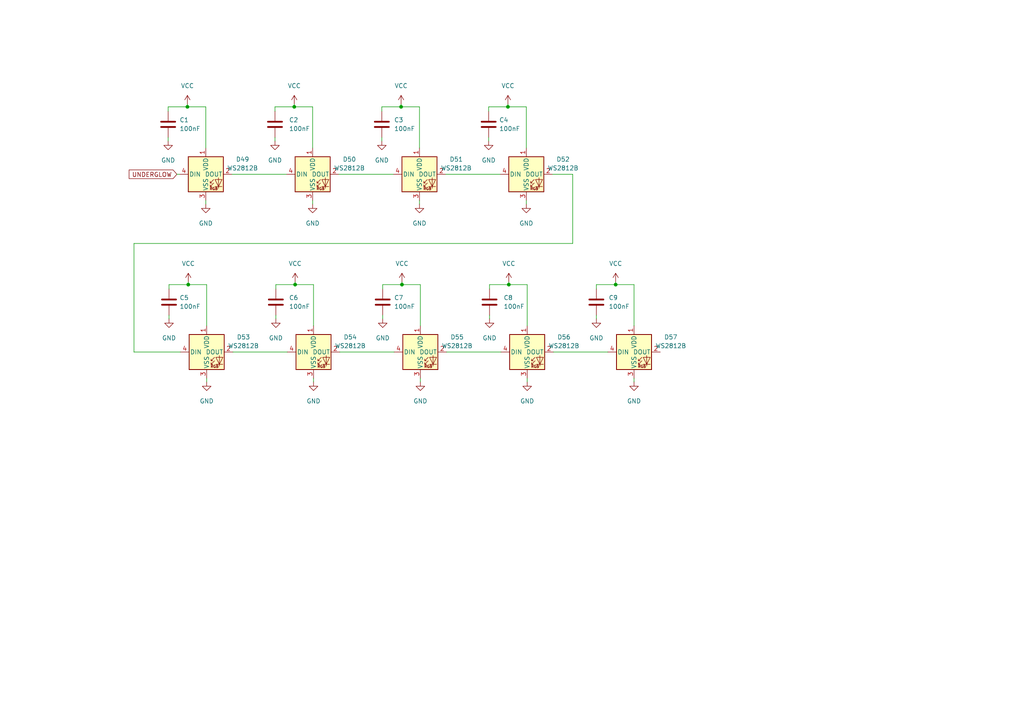
<source format=kicad_sch>
(kicad_sch (version 20211123) (generator eeschema)
  (paper "A4")
  (lib_symbols
    (symbol "Device:C" (pin_numbers hide) (pin_names (offset 0.254))
      (property "Reference" "C" (at 0.635 2.54 0))
      (property "Value" "C" (at 0.635 -2.54 0))
      (symbol "C_0_1"
        (polyline (pts (xy -2.032 -0.762) (xy 2.032 -0.762)) (stroke (width 0.508)))
        (polyline (pts (xy -2.032 0.762) (xy 2.032 0.762)) (stroke (width 0.508)))
      )
      (symbol "C_1_1"
        (pin passive line (at 0 3.81 270) (length 2.794) (name "~") (number "1"))
        (pin passive line (at 0 -3.81 90) (length 2.794) (name "~") (number "2"))
      )
    )
    (symbol "LED:WS2812B" (pin_names (offset 0.254))
      (property "Reference" "D" (at 5.08 5.715 0))
      (property "Value" "WS2812B" (at 1.27 -5.715 0))
      (symbol "WS2812B_0_0"
        (text "RGB" (at 2.286 -4.191 0) (effects (font (size 0.762 0.762))))
      )
      (symbol "WS2812B_0_1"
        (polyline (pts (xy 1.27 -3.556) (xy 1.778 -3.556)))
        (polyline (pts (xy 1.27 -2.54) (xy 1.778 -2.54)))
        (polyline (pts (xy 4.699 -3.556) (xy 2.667 -3.556)))
        (polyline (pts (xy 2.286 -2.54) (xy 1.27 -3.556) (xy 1.27 -3.048)))
        (polyline (pts (xy 2.286 -1.524) (xy 1.27 -2.54) (xy 1.27 -2.032)))
        (polyline (pts (xy 3.683 -1.016) (xy 3.683 -3.556) (xy 3.683 -4.064)))
        (polyline (pts (xy 4.699 -1.524) (xy 2.667 -1.524) (xy 3.683 -3.556) (xy 4.699 -1.524)))
        (rectangle (start 5.08 5.08) (end -5.08 -5.08) (stroke (width 0.254)) (fill (type background)))
      )
      (symbol "WS2812B_1_1"
        (pin power_in line (at 0 7.62 270) (length 2.54) (name "VDD") (number "1"))
        (pin output line (at 7.62 0 180) (length 2.54) (name "DOUT") (number "2"))
        (pin power_in line (at 0 -7.62 90) (length 2.54) (name "VSS") (number "3"))
        (pin input line (at -7.62 0 0) (length 2.54) (name "DIN") (number "4"))
      )
    )
    (symbol "power:GND" (power) (pin_names (offset 0))
      (property "Value" "GND" (at 0 -3.81 0))
      (symbol "GND_0_1"
        (polyline (pts (xy 0 0) (xy 0 -1.27) (xy 1.27 -1.27) (xy 0 -2.54) (xy -1.27 -1.27) (xy 0 -1.27)))
      )
      (symbol "GND_1_1"
        (pin power_in line (at 0 0 270) (length 0) hide (name "GND") (number "1"))
      )
    )
    (symbol "power:VCC" (power) (pin_names (offset 0))
      (property "Value" "VCC" (at 0 3.81 0))
      (symbol "VCC_0_1"
        (polyline (pts (xy -0.762 1.27) (xy 0 2.54)))
        (polyline (pts (xy 0 0) (xy 0 2.54)))
        (polyline (pts (xy 0 2.54) (xy 0.762 1.27)))
      )
      (symbol "VCC_1_1"
        (pin power_in line (at 0 0 90) (length 0) hide (name "VCC") (number "1"))
      )
    )
  )
  (junction (at 54.356 30.988))
  (junction (at 147.32 30.988))
  (junction (at 116.332 30.988))
  (junction (at 54.61 82.55))
  (junction (at 178.562 82.55))
  (junction (at 85.598 82.55))
  (junction (at 147.574 82.55))
  (junction (at 85.344 30.988))
  (junction (at 116.586 82.55))
  (wire (pts (xy 67.564 102.108) (xy 83.312 102.108)))
  (wire (pts (xy 110.744 30.988) (xy 110.744 32.258)))
  (wire (pts (xy 141.986 91.44) (xy 141.986 92.456)))
  (wire (pts (xy 152.654 30.988) (xy 147.32 30.988)))
  (wire (pts (xy 147.32 30.226) (xy 147.32 30.988)))
  (wire (pts (xy 116.586 81.788) (xy 116.586 82.55)))
  (wire (pts (xy 90.678 42.926) (xy 90.678 30.988)))
  (wire (pts (xy 178.562 82.55) (xy 172.974 82.55)))
  (wire (pts (xy 172.974 82.55) (xy 172.974 83.82)))
  (wire (pts (xy 90.678 58.166) (xy 90.678 59.182)))
  (wire (pts (xy 59.69 42.926) (xy 59.69 30.988)))
  (wire (pts (xy 80.01 91.44) (xy 80.01 92.456)))
  (wire (pts (xy 183.896 82.55) (xy 178.562 82.55)))
  (wire (pts (xy 147.574 82.55) (xy 141.986 82.55)))
  (wire (pts (xy 141.986 82.55) (xy 141.986 83.82)))
  (wire (pts (xy 90.932 82.55) (xy 85.598 82.55)))
  (wire (pts (xy 121.666 30.988) (xy 116.332 30.988)))
  (wire (pts (xy 166.116 70.612) (xy 38.862 70.612)))
  (wire (pts (xy 54.356 30.226) (xy 54.356 30.988)))
  (wire (pts (xy 59.69 58.166) (xy 59.69 59.182)))
  (wire (pts (xy 152.654 58.166) (xy 152.654 59.182)))
  (wire (pts (xy 67.31 50.546) (xy 83.058 50.546)))
  (wire (pts (xy 152.908 94.488) (xy 152.908 82.55)))
  (wire (pts (xy 116.332 30.226) (xy 116.332 30.988)))
  (wire (pts (xy 152.908 82.55) (xy 147.574 82.55)))
  (wire (pts (xy 152.908 109.728) (xy 152.908 110.744)))
  (wire (pts (xy 51.308 50.546) (xy 52.07 50.546)))
  (wire (pts (xy 49.022 91.44) (xy 49.022 92.456)))
  (wire (pts (xy 90.932 94.488) (xy 90.932 82.55)))
  (wire (pts (xy 116.586 82.55) (xy 110.998 82.55)))
  (wire (pts (xy 147.574 81.788) (xy 147.574 82.55)))
  (wire (pts (xy 178.562 81.788) (xy 178.562 82.55)))
  (wire (pts (xy 48.768 30.988) (xy 48.768 32.258)))
  (wire (pts (xy 121.92 94.488) (xy 121.92 82.55)))
  (wire (pts (xy 110.998 91.44) (xy 110.998 92.456)))
  (wire (pts (xy 85.344 30.988) (xy 79.756 30.988)))
  (wire (pts (xy 147.32 30.988) (xy 141.732 30.988)))
  (wire (pts (xy 160.274 50.546) (xy 166.116 50.546)))
  (wire (pts (xy 59.69 30.988) (xy 54.356 30.988)))
  (wire (pts (xy 80.01 82.55) (xy 80.01 83.82)))
  (wire (pts (xy 110.744 39.878) (xy 110.744 40.894)))
  (wire (pts (xy 38.862 70.612) (xy 38.862 102.108)))
  (wire (pts (xy 90.678 30.988) (xy 85.344 30.988)))
  (wire (pts (xy 121.92 82.55) (xy 116.586 82.55)))
  (wire (pts (xy 59.944 109.728) (xy 59.944 110.744)))
  (wire (pts (xy 59.944 94.488) (xy 59.944 82.55)))
  (wire (pts (xy 116.332 30.988) (xy 110.744 30.988)))
  (wire (pts (xy 49.022 82.55) (xy 49.022 83.82)))
  (wire (pts (xy 98.298 50.546) (xy 114.046 50.546)))
  (wire (pts (xy 48.768 39.878) (xy 48.768 40.894)))
  (wire (pts (xy 172.974 91.44) (xy 172.974 92.456)))
  (wire (pts (xy 183.896 94.488) (xy 183.896 82.55)))
  (wire (pts (xy 183.896 109.728) (xy 183.896 110.744)))
  (wire (pts (xy 54.356 30.988) (xy 48.768 30.988)))
  (wire (pts (xy 129.54 102.108) (xy 145.288 102.108)))
  (wire (pts (xy 121.666 58.166) (xy 121.666 59.182)))
  (wire (pts (xy 152.654 42.926) (xy 152.654 30.988)))
  (wire (pts (xy 59.944 82.55) (xy 54.61 82.55)))
  (wire (pts (xy 38.862 102.108) (xy 52.324 102.108)))
  (wire (pts (xy 98.552 102.108) (xy 114.3 102.108)))
  (wire (pts (xy 166.116 50.546) (xy 166.116 70.612)))
  (wire (pts (xy 79.756 39.878) (xy 79.756 40.894)))
  (wire (pts (xy 54.61 81.788) (xy 54.61 82.55)))
  (wire (pts (xy 141.732 30.988) (xy 141.732 32.258)))
  (wire (pts (xy 160.528 102.108) (xy 176.276 102.108)))
  (wire (pts (xy 129.286 50.546) (xy 145.034 50.546)))
  (wire (pts (xy 121.666 42.926) (xy 121.666 30.988)))
  (wire (pts (xy 79.756 30.988) (xy 79.756 32.258)))
  (wire (pts (xy 110.998 82.55) (xy 110.998 83.82)))
  (wire (pts (xy 85.344 30.226) (xy 85.344 30.988)))
  (wire (pts (xy 85.598 82.55) (xy 80.01 82.55)))
  (wire (pts (xy 85.598 81.788) (xy 85.598 82.55)))
  (wire (pts (xy 121.92 109.728) (xy 121.92 110.744)))
  (wire (pts (xy 141.732 39.878) (xy 141.732 40.894)))
  (wire (pts (xy 54.61 82.55) (xy 49.022 82.55)))
  (wire (pts (xy 90.932 109.728) (xy 90.932 110.744)))
  (global_label "UNDERGLOW" (shape input) (at 51.308 50.546 180) (property "Referências entre as folhas" "${INTERSHEET_REFS}" (effects hide)))
  (symbol (lib_id "LED:WS2812B") (at 183.896 102.108 0) (unit 1)
    (property "Reference" "D57" (at 194.564 97.7773 0))
    (property "Value" "WS2812B" (at 194.564 100.3173 0))
    (property "Footprint" "LED_SMD:LED_WS2812B_PLCC4_5.0x5.0mm_P3.2mm" (effects hide))
    (property "Datasheet" "https://cdn-shop.adafruit.com/datasheets/WS2812B.pdf" (effects hide))
  )
  (symbol (lib_id "power:VCC") (at 116.586 81.788 0) (unit 1)
    (property "Reference" "#PWR069" (effects hide))
    (property "Value" "VCC" (at 116.586 76.454 0))
  )
  (symbol (lib_id "Device:C") (at 172.974 87.63 0) (unit 1)
    (property "Reference" "C9" (at 176.53 86.3599 0) (effects (justify left)))
    (property "Value" "100nF" (at 176.53 88.8999 0) (effects (justify left)))
    (property "Footprint" "Capacitor_SMD:C_1206_3216Metric_Pad1.33x1.80mm_HandSolder" (effects hide))
  )
  (symbol (lib_id "power:VCC") (at 85.344 30.226 0) (unit 1)
    (property "Reference" "#PWR056" (effects hide))
    (property "Value" "VCC" (at 85.344 24.892 0))
  )
  (symbol (lib_id "power:GND") (at 48.768 40.894 0) (unit 1)
    (property "Reference" "#PWR059" (effects hide))
    (property "Value" "GND" (at 48.768 46.482 0))
  )
  (symbol (lib_id "power:VCC") (at 116.332 30.226 0) (unit 1)
    (property "Reference" "#PWR057" (effects hide))
    (property "Value" "VCC" (at 116.332 24.892 0))
  )
  (symbol (lib_id "power:VCC") (at 178.562 81.788 0) (unit 1)
    (property "Reference" "#PWR071" (effects hide))
    (property "Value" "VCC" (at 178.562 76.454 0))
  )
  (symbol (lib_id "Device:C") (at 48.768 36.068 0) (unit 1)
    (property "Reference" "C1" (at 52.07 34.7979 0) (effects (justify left)))
    (property "Value" "100nF" (at 52.07 37.3379 0) (effects (justify left)))
    (property "Footprint" "Capacitor_SMD:C_1206_3216Metric_Pad1.33x1.80mm_HandSolder" (effects hide))
  )
  (symbol (lib_id "power:VCC") (at 147.32 30.226 0) (unit 1)
    (property "Reference" "#PWR058" (effects hide))
    (property "Value" "VCC" (at 147.32 24.892 0))
  )
  (symbol (lib_id "power:GND") (at 152.908 110.744 0) (unit 1)
    (property "Reference" "#PWR080" (effects hide))
    (property "Value" "GND" (at 152.908 116.332 0))
  )
  (symbol (lib_id "power:GND") (at 79.756 40.894 0) (unit 1)
    (property "Reference" "#PWR060" (effects hide))
    (property "Value" "GND" (at 79.756 46.482 0))
  )
  (symbol (lib_id "Device:C") (at 80.01 87.63 0) (unit 1)
    (property "Reference" "C6" (at 83.82 86.3599 0) (effects (justify left)))
    (property "Value" "100nF" (at 83.82 88.8999 0) (effects (justify left)))
    (property "Footprint" "Capacitor_SMD:C_1206_3216Metric_Pad1.33x1.80mm_HandSolder" (effects hide))
  )
  (symbol (lib_id "Device:C") (at 110.744 36.068 0) (unit 1)
    (property "Reference" "C3" (at 114.3 34.7979 0) (effects (justify left)))
    (property "Value" "100nF" (at 114.3 37.3379 0) (effects (justify left)))
    (property "Footprint" "Capacitor_SMD:C_1206_3216Metric_Pad1.33x1.80mm_HandSolder" (effects hide))
  )
  (symbol (lib_id "LED:WS2812B") (at 121.666 50.546 0) (unit 1)
    (property "Reference" "D51" (at 132.334 46.2153 0))
    (property "Value" "WS2812B" (at 132.334 48.7553 0))
    (property "Footprint" "LED_SMD:LED_WS2812B_PLCC4_5.0x5.0mm_P3.2mm" (effects hide))
    (property "Datasheet" "https://cdn-shop.adafruit.com/datasheets/WS2812B.pdf" (effects hide))
  )
  (symbol (lib_id "Device:C") (at 79.756 36.068 0) (unit 1)
    (property "Reference" "C2" (at 83.82 34.7979 0) (effects (justify left)))
    (property "Value" "100nF" (at 83.82 37.3379 0) (effects (justify left)))
    (property "Footprint" "Capacitor_SMD:C_1206_3216Metric_Pad1.33x1.80mm_HandSolder" (effects hide))
  )
  (symbol (lib_id "power:GND") (at 59.944 110.744 0) (unit 1)
    (property "Reference" "#PWR077" (effects hide))
    (property "Value" "GND" (at 59.944 116.332 0))
  )
  (symbol (lib_id "power:GND") (at 80.01 92.456 0) (unit 1)
    (property "Reference" "#PWR073" (effects hide))
    (property "Value" "GND" (at 80.01 98.044 0))
  )
  (symbol (lib_id "LED:WS2812B") (at 152.654 50.546 0) (unit 1)
    (property "Reference" "D52" (at 163.322 46.2153 0))
    (property "Value" "WS2812B" (at 163.322 48.7553 0))
    (property "Footprint" "LED_SMD:LED_WS2812B_PLCC4_5.0x5.0mm_P3.2mm" (effects hide))
    (property "Datasheet" "https://cdn-shop.adafruit.com/datasheets/WS2812B.pdf" (effects hide))
  )
  (symbol (lib_id "LED:WS2812B") (at 59.944 102.108 0) (unit 1)
    (property "Reference" "D53" (at 70.612 97.7773 0))
    (property "Value" "WS2812B" (at 70.612 100.3173 0))
    (property "Footprint" "LED_SMD:LED_WS2812B_PLCC4_5.0x5.0mm_P3.2mm" (effects hide))
    (property "Datasheet" "https://cdn-shop.adafruit.com/datasheets/WS2812B.pdf" (effects hide))
  )
  (symbol (lib_id "power:GND") (at 90.932 110.744 0) (unit 1)
    (property "Reference" "#PWR078" (effects hide))
    (property "Value" "GND" (at 90.932 116.332 0))
  )
  (symbol (lib_id "Device:C") (at 110.998 87.63 0) (unit 1)
    (property "Reference" "C7" (at 114.3 86.3599 0) (effects (justify left)))
    (property "Value" "100nF" (at 114.3 88.8999 0) (effects (justify left)))
    (property "Footprint" "Capacitor_SMD:C_1206_3216Metric_Pad1.33x1.80mm_HandSolder" (effects hide))
  )
  (symbol (lib_id "Device:C") (at 141.986 87.63 0) (unit 1)
    (property "Reference" "C8" (at 146.05 86.3599 0) (effects (justify left)))
    (property "Value" "100nF" (at 146.05 88.8999 0) (effects (justify left)))
    (property "Footprint" "Capacitor_SMD:C_1206_3216Metric_Pad1.33x1.80mm_HandSolder" (effects hide))
  )
  (symbol (lib_id "power:VCC") (at 147.574 81.788 0) (unit 1)
    (property "Reference" "#PWR070" (effects hide))
    (property "Value" "VCC" (at 147.574 76.454 0))
  )
  (symbol (lib_id "power:GND") (at 172.974 92.456 0) (unit 1)
    (property "Reference" "#PWR076" (effects hide))
    (property "Value" "GND" (at 172.974 98.044 0))
  )
  (symbol (lib_id "power:GND") (at 110.998 92.456 0) (unit 1)
    (property "Reference" "#PWR074" (effects hide))
    (property "Value" "GND" (at 110.998 98.044 0))
  )
  (symbol (lib_id "LED:WS2812B") (at 90.678 50.546 0) (unit 1)
    (property "Reference" "D50" (at 101.346 46.2153 0))
    (property "Value" "WS2812B" (at 101.346 48.7553 0))
    (property "Footprint" "LED_SMD:LED_WS2812B_PLCC4_5.0x5.0mm_P3.2mm" (effects hide))
    (property "Datasheet" "https://cdn-shop.adafruit.com/datasheets/WS2812B.pdf" (effects hide))
  )
  (symbol (lib_id "LED:WS2812B") (at 90.932 102.108 0) (unit 1)
    (property "Reference" "D54" (at 101.6 97.7773 0))
    (property "Value" "WS2812B" (at 101.6 100.3173 0))
    (property "Footprint" "LED_SMD:LED_WS2812B_PLCC4_5.0x5.0mm_P3.2mm" (effects hide))
    (property "Datasheet" "https://cdn-shop.adafruit.com/datasheets/WS2812B.pdf" (effects hide))
  )
  (symbol (lib_id "power:GND") (at 141.732 40.894 0) (unit 1)
    (property "Reference" "#PWR062" (effects hide))
    (property "Value" "GND" (at 141.732 46.482 0))
  )
  (symbol (lib_id "power:GND") (at 183.896 110.744 0) (unit 1)
    (property "Reference" "#PWR081" (effects hide))
    (property "Value" "GND" (at 183.896 116.332 0))
  )
  (symbol (lib_id "Device:C") (at 49.022 87.63 0) (unit 1)
    (property "Reference" "C5" (at 52.07 86.3599 0) (effects (justify left)))
    (property "Value" "100nF" (at 52.07 88.8999 0) (effects (justify left)))
    (property "Footprint" "Capacitor_SMD:C_1206_3216Metric_Pad1.33x1.80mm_HandSolder" (effects hide))
  )
  (symbol (lib_id "power:GND") (at 121.666 59.182 0) (unit 1)
    (property "Reference" "#PWR065" (effects hide))
    (property "Value" "GND" (at 121.666 64.77 0))
  )
  (symbol (lib_id "power:GND") (at 90.678 59.182 0) (unit 1)
    (property "Reference" "#PWR064" (effects hide))
    (property "Value" "GND" (at 90.678 64.77 0))
  )
  (symbol (lib_id "power:GND") (at 121.92 110.744 0) (unit 1)
    (property "Reference" "#PWR079" (effects hide))
    (property "Value" "GND" (at 121.92 116.332 0))
  )
  (symbol (lib_id "power:GND") (at 152.654 59.182 0) (unit 1)
    (property "Reference" "#PWR066" (effects hide))
    (property "Value" "GND" (at 152.654 64.77 0))
  )
  (symbol (lib_id "power:VCC") (at 85.598 81.788 0) (unit 1)
    (property "Reference" "#PWR068" (effects hide))
    (property "Value" "VCC" (at 85.598 76.454 0))
  )
  (symbol (lib_id "power:GND") (at 110.744 40.894 0) (unit 1)
    (property "Reference" "#PWR061" (effects hide))
    (property "Value" "GND" (at 110.744 46.482 0))
  )
  (symbol (lib_id "power:GND") (at 59.69 59.182 0) (unit 1)
    (property "Reference" "#PWR063" (effects hide))
    (property "Value" "GND" (at 59.69 64.77 0))
  )
  (symbol (lib_id "power:GND") (at 49.022 92.456 0) (unit 1)
    (property "Reference" "#PWR072" (effects hide))
    (property "Value" "GND" (at 49.022 98.044 0))
  )
  (symbol (lib_id "LED:WS2812B") (at 59.69 50.546 0) (unit 1)
    (property "Reference" "D49" (at 70.358 46.2153 0))
    (property "Value" "WS2812B" (at 70.358 48.7553 0))
    (property "Footprint" "LED_SMD:LED_WS2812B_PLCC4_5.0x5.0mm_P3.2mm" (effects hide))
    (property "Datasheet" "https://cdn-shop.adafruit.com/datasheets/WS2812B.pdf" (effects hide))
  )
  (symbol (lib_id "Device:C") (at 141.732 36.068 0) (unit 1)
    (property "Reference" "C4" (at 144.78 34.7979 0) (effects (justify left)))
    (property "Value" "100nF" (at 144.78 37.3379 0) (effects (justify left)))
    (property "Footprint" "Capacitor_SMD:C_1206_3216Metric_Pad1.33x1.80mm_HandSolder" (effects hide))
  )
  (symbol (lib_id "LED:WS2812B") (at 152.908 102.108 0) (unit 1)
    (property "Reference" "D56" (at 163.576 97.7773 0))
    (property "Value" "WS2812B" (at 163.576 100.3173 0))
    (property "Footprint" "LED_SMD:LED_WS2812B_PLCC4_5.0x5.0mm_P3.2mm" (effects hide))
    (property "Datasheet" "https://cdn-shop.adafruit.com/datasheets/WS2812B.pdf" (effects hide))
  )
  (symbol (lib_id "power:VCC") (at 54.356 30.226 0) (unit 1)
    (property "Reference" "#PWR055" (effects hide))
    (property "Value" "VCC" (at 54.356 24.892 0))
  )
  (symbol (lib_id "power:VCC") (at 54.61 81.788 0) (unit 1)
    (property "Reference" "#PWR067" (effects hide))
    (property "Value" "VCC" (at 54.61 76.454 0))
  )
  (symbol (lib_id "power:GND") (at 141.986 92.456 0) (unit 1)
    (property "Reference" "#PWR075" (effects hide))
    (property "Value" "GND" (at 141.986 98.044 0))
  )
  (symbol (lib_id "LED:WS2812B") (at 121.92 102.108 0) (unit 1)
    (property "Reference" "D55" (at 132.588 97.7773 0))
    (property "Value" "WS2812B" (at 132.588 100.3173 0))
    (property "Footprint" "LED_SMD:LED_WS2812B_PLCC4_5.0x5.0mm_P3.2mm" (effects hide))
    (property "Datasheet" "https://cdn-shop.adafruit.com/datasheets/WS2812B.pdf" (effects hide))
  )
)
</source>
